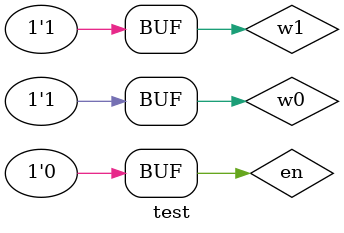
<source format=v>
module twotoFourDecoder(y3,y2,y1,y0,en,w1,w0);
input en,w1,w0;
output y3,y2,y1,y0;
wire i0,i1,i2;
not a1(i1,w1);
not a0(i0,w0);
not a2(i2,en);

and a2(y3,i2,i1,i0);
and a3(y2,i2,i1,w0);
and a4(y1,i2,w1,i0);
and a5(y0,i2,w1,w0);

endmodule

module test;
reg en,w1,w0;
wire y3,y2,y1,y0;
twotoFourDecoder i(y3,y2,y1,y0,en,w1,w0);
initial
begin
   en=1'b0;
   w1=1'b0;
   w0=1'b0;

    $monitor("time:%0t,en=%b,w1=%b,w0=%b,y3=%b,y2=%b,y1=%b,y0=%b",$time,en,w1,w0,y3,y2,y1,y0);
    #5 en=1'b0; w1=1'b0; w0=1'b0;
    #5 en=1'b0; w1=1'b0; w0=1'b1;
    #5 en=1'b0; w1=1'b1; w0=1'b0;
    #5 en=1'b0; w1=1'b1; w0=1'b1;
end
endmodule
</source>
